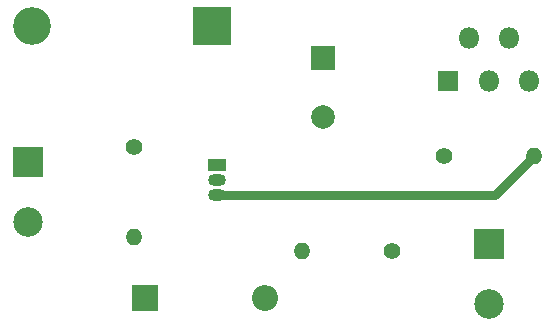
<source format=gbr>
%TF.GenerationSoftware,KiCad,Pcbnew,(6.0.2)*%
%TF.CreationDate,2022-03-19T19:29:33+03:00*%
%TF.ProjectId,LM2596_invertingBuck_5,4c4d3235-3936-45f6-996e-76657274696e,rev?*%
%TF.SameCoordinates,Original*%
%TF.FileFunction,Copper,L2,Bot*%
%TF.FilePolarity,Positive*%
%FSLAX46Y46*%
G04 Gerber Fmt 4.6, Leading zero omitted, Abs format (unit mm)*
G04 Created by KiCad (PCBNEW (6.0.2)) date 2022-03-19 19:29:33*
%MOMM*%
%LPD*%
G01*
G04 APERTURE LIST*
%TA.AperFunction,ComponentPad*%
%ADD10R,2.000000X2.000000*%
%TD*%
%TA.AperFunction,ComponentPad*%
%ADD11C,2.000000*%
%TD*%
%TA.AperFunction,ComponentPad*%
%ADD12R,1.800000X1.800000*%
%TD*%
%TA.AperFunction,ComponentPad*%
%ADD13O,1.800000X1.800000*%
%TD*%
%TA.AperFunction,ComponentPad*%
%ADD14C,1.400000*%
%TD*%
%TA.AperFunction,ComponentPad*%
%ADD15O,1.400000X1.400000*%
%TD*%
%TA.AperFunction,ComponentPad*%
%ADD16R,1.500000X1.050000*%
%TD*%
%TA.AperFunction,ComponentPad*%
%ADD17O,1.500000X1.050000*%
%TD*%
%TA.AperFunction,ComponentPad*%
%ADD18R,2.500000X2.500000*%
%TD*%
%TA.AperFunction,ComponentPad*%
%ADD19C,2.500000*%
%TD*%
%TA.AperFunction,ComponentPad*%
%ADD20R,2.200000X2.200000*%
%TD*%
%TA.AperFunction,ComponentPad*%
%ADD21O,2.200000X2.200000*%
%TD*%
%TA.AperFunction,ComponentPad*%
%ADD22R,3.200000X3.200000*%
%TD*%
%TA.AperFunction,ComponentPad*%
%ADD23O,3.200000X3.200000*%
%TD*%
%TA.AperFunction,Conductor*%
%ADD24C,0.750000*%
%TD*%
G04 APERTURE END LIST*
D10*
%TO.P,C1,1*%
%TO.N,Net-(C1-Pad1)*%
X122000000Y-76632323D03*
D11*
%TO.P,C1,2*%
%TO.N,Net-(C1-Pad2)*%
X122000000Y-81632323D03*
%TD*%
D12*
%TO.P,U1,1,VIN*%
%TO.N,Net-(C1-Pad1)*%
X132600000Y-78650000D03*
D13*
%TO.P,U1,2,OUT*%
%TO.N,unconnected-(U1-Pad2)*%
X134300000Y-74950000D03*
%TO.P,U1,3,GND*%
%TO.N,Net-(C1-Pad2)*%
X136000000Y-78650000D03*
%TO.P,U1,4,FB*%
%TO.N,GND*%
X137700000Y-74950000D03*
%TO.P,U1,5,~{ON}/OFF*%
%TO.N,Net-(Q1-Pad3)*%
X139400000Y-78650000D03*
%TD*%
D14*
%TO.P,R3,1*%
%TO.N,Net-(C1-Pad1)*%
X132190000Y-85000000D03*
D15*
%TO.P,R3,2*%
%TO.N,Net-(Q1-Pad3)*%
X139810000Y-85000000D03*
%TD*%
D14*
%TO.P,R2,1*%
%TO.N,Net-(C1-Pad2)*%
X127810000Y-93000000D03*
D15*
%TO.P,R2,2*%
%TO.N,Net-(D2-Pad2)*%
X120190000Y-93000000D03*
%TD*%
D14*
%TO.P,R1,1*%
%TO.N,Net-(C1-Pad1)*%
X106000000Y-84190000D03*
D15*
%TO.P,R1,2*%
%TO.N,Net-(D2-Pad1)*%
X106000000Y-91810000D03*
%TD*%
D16*
%TO.P,Q1,1,E*%
%TO.N,Net-(C1-Pad2)*%
X113000000Y-85730000D03*
D17*
%TO.P,Q1,2,B*%
%TO.N,Net-(D2-Pad2)*%
X113000000Y-87000000D03*
%TO.P,Q1,3,C*%
%TO.N,Net-(Q1-Pad3)*%
X113000000Y-88270000D03*
%TD*%
D18*
%TO.P,J2,1,Pin_1*%
%TO.N,Net-(C1-Pad2)*%
X136000000Y-92455000D03*
D19*
%TO.P,J2,2,Pin_2*%
%TO.N,GND*%
X136000000Y-97535000D03*
%TD*%
D18*
%TO.P,J1,1,Pin_1*%
%TO.N,VCC*%
X97000000Y-85455000D03*
D19*
%TO.P,J1,2,Pin_2*%
%TO.N,GND*%
X97000000Y-90535000D03*
%TD*%
D20*
%TO.P,D2,1,K*%
%TO.N,Net-(D2-Pad1)*%
X106920000Y-97000000D03*
D21*
%TO.P,D2,2,A*%
%TO.N,Net-(D2-Pad2)*%
X117080000Y-97000000D03*
%TD*%
D22*
%TO.P,D1,1,K*%
%TO.N,Net-(C1-Pad1)*%
X112620000Y-74000000D03*
D23*
%TO.P,D1,2,A*%
%TO.N,VCC*%
X97380000Y-74000000D03*
%TD*%
D24*
%TO.N,Net-(Q1-Pad3)*%
X136540000Y-88270000D02*
X139810000Y-85000000D01*
X113000000Y-88270000D02*
X136540000Y-88270000D01*
%TD*%
M02*

</source>
